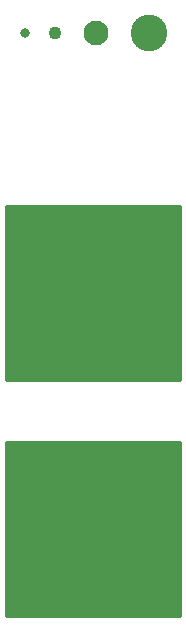
<source format=gbr>
%TF.GenerationSoftware,KiCad,Pcbnew,(5.1.9)-1*%
%TF.CreationDate,2021-08-08T09:56:34+02:00*%
%TF.ProjectId,PCB_Color_Palette,5043425f-436f-46c6-9f72-5f50616c6574,rev?*%
%TF.SameCoordinates,Original*%
%TF.FileFunction,Copper,L1,Top*%
%TF.FilePolarity,Positive*%
%FSLAX46Y46*%
G04 Gerber Fmt 4.6, Leading zero omitted, Abs format (unit mm)*
G04 Created by KiCad (PCBNEW (5.1.9)-1) date 2021-08-08 09:56:34*
%MOMM*%
%LPD*%
G01*
G04 APERTURE LIST*
%TA.AperFunction,ViaPad*%
%ADD10C,0.800000*%
%TD*%
%TA.AperFunction,ViaPad*%
%ADD11C,1.100000*%
%TD*%
%TA.AperFunction,ViaPad*%
%ADD12C,2.100000*%
%TD*%
%TA.AperFunction,ViaPad*%
%ADD13C,3.100000*%
%TD*%
%TA.AperFunction,NonConductor*%
%ADD14C,0.254000*%
%TD*%
%TA.AperFunction,NonConductor*%
%ADD15C,0.100000*%
%TD*%
G04 APERTURE END LIST*
D10*
%TO.N,*%
X109750000Y-67500000D03*
D11*
X112250000Y-67500000D03*
D12*
X115750000Y-67500000D03*
D13*
X120250000Y-67500000D03*
%TD*%
D14*
X122873000Y-96873000D02*
X108127000Y-96873000D01*
X108127000Y-82127000D01*
X122873000Y-82127000D01*
X122873000Y-96873000D01*
%TA.AperFunction,NonConductor*%
D15*
G36*
X122873000Y-96873000D02*
G01*
X108127000Y-96873000D01*
X108127000Y-82127000D01*
X122873000Y-82127000D01*
X122873000Y-96873000D01*
G37*
%TD.AperFunction*%
D14*
X122873000Y-116873000D02*
X108127000Y-116873000D01*
X108127000Y-102127000D01*
X122873000Y-102127000D01*
X122873000Y-116873000D01*
%TA.AperFunction,NonConductor*%
D15*
G36*
X122873000Y-116873000D02*
G01*
X108127000Y-116873000D01*
X108127000Y-102127000D01*
X122873000Y-102127000D01*
X122873000Y-116873000D01*
G37*
%TD.AperFunction*%
M02*

</source>
